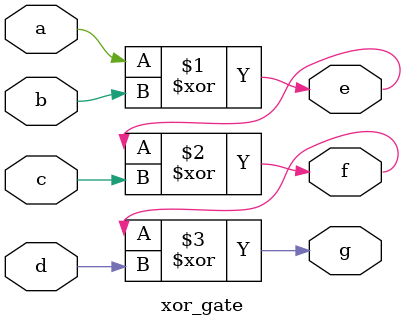
<source format=v>
`timescale 1ns / 1ps

module xor_gate(
    input a,
    input b,
    input c,
    input d,
    output e,
    output f,
    output g
    );

assign e=a^b;
assign f=e^c;
assign g=f^d;

endmodule
</source>
